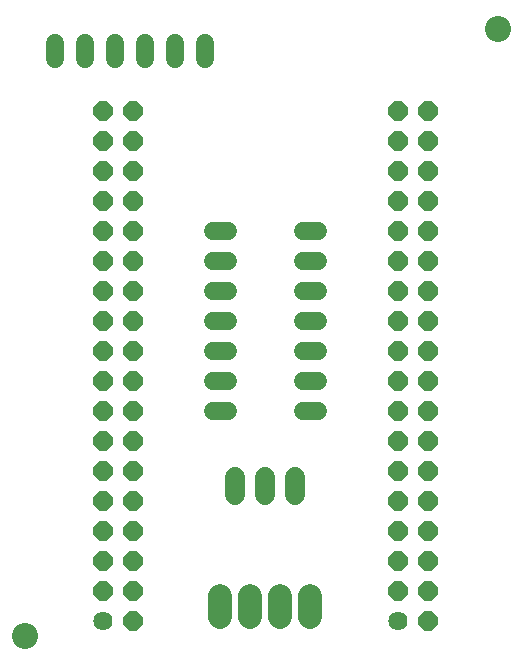
<source format=gbr>
G04 EAGLE Gerber RS-274X export*
G75*
%MOMM*%
%FSLAX34Y34*%
%LPD*%
%INSoldermask Top*%
%IPPOS*%
%AMOC8*
5,1,8,0,0,1.08239X$1,22.5*%
G01*
%ADD10C,2.203200*%
%ADD11C,1.625600*%
%ADD12P,1.759533X8X112.500000*%
%ADD13C,1.524000*%
%ADD14C,1.727200*%
%ADD15C,2.003200*%


D10*
X577850Y628650D03*
X177800Y114300D03*
D11*
X243300Y127200D03*
D12*
X268700Y127200D03*
X243300Y152600D03*
X268700Y152600D03*
X243300Y178000D03*
X268700Y178000D03*
X243300Y203400D03*
X268700Y203400D03*
X243300Y228800D03*
X268700Y228800D03*
X243300Y254200D03*
X268700Y254200D03*
X243300Y279600D03*
X268700Y279600D03*
X243300Y305000D03*
X268700Y305000D03*
X243300Y330400D03*
X268700Y330400D03*
X243300Y355800D03*
X268700Y355800D03*
X243300Y381200D03*
X268700Y381200D03*
X243300Y406600D03*
X268700Y406600D03*
X243300Y432000D03*
X268700Y432000D03*
X243300Y457400D03*
X268700Y457400D03*
X243300Y482800D03*
X268700Y482800D03*
X243300Y508200D03*
X268700Y508200D03*
X243300Y533600D03*
X268700Y533600D03*
X243300Y559000D03*
X268700Y559000D03*
D11*
X493300Y127200D03*
D12*
X518700Y127200D03*
X493300Y152600D03*
X518700Y152600D03*
X493300Y178000D03*
X518700Y178000D03*
X493300Y203400D03*
X518700Y203400D03*
X493300Y228800D03*
X518700Y228800D03*
X493300Y254200D03*
X518700Y254200D03*
X493300Y279600D03*
X518700Y279600D03*
X493300Y305000D03*
X518700Y305000D03*
X493300Y330400D03*
X518700Y330400D03*
X493300Y355800D03*
X518700Y355800D03*
X493300Y381200D03*
X518700Y381200D03*
X493300Y406600D03*
X518700Y406600D03*
X493300Y432000D03*
X518700Y432000D03*
X493300Y457400D03*
X518700Y457400D03*
X493300Y482800D03*
X518700Y482800D03*
X493300Y508200D03*
X518700Y508200D03*
X493300Y533600D03*
X518700Y533600D03*
X493300Y559000D03*
X518700Y559000D03*
D13*
X203200Y602996D02*
X203200Y616204D01*
X228600Y616204D02*
X228600Y602996D01*
X254000Y602996D02*
X254000Y616204D01*
X279400Y616204D02*
X279400Y602996D01*
X304800Y602996D02*
X304800Y616204D01*
X330200Y616204D02*
X330200Y602996D01*
X412496Y304800D02*
X425704Y304800D01*
X425704Y330200D02*
X412496Y330200D01*
X412496Y457200D02*
X425704Y457200D01*
X349504Y457200D02*
X336296Y457200D01*
X412496Y355600D02*
X425704Y355600D01*
X425704Y381000D02*
X412496Y381000D01*
X412496Y431800D02*
X425704Y431800D01*
X425704Y406400D02*
X412496Y406400D01*
X349504Y431800D02*
X336296Y431800D01*
X336296Y406400D02*
X349504Y406400D01*
X349504Y381000D02*
X336296Y381000D01*
X336296Y355600D02*
X349504Y355600D01*
X349504Y330200D02*
X336296Y330200D01*
X336296Y304800D02*
X349504Y304800D01*
D14*
X355600Y248920D02*
X355600Y233680D01*
X381000Y233680D02*
X381000Y248920D01*
X406400Y248920D02*
X406400Y233680D01*
D15*
X342900Y148700D02*
X342900Y130700D01*
X368300Y130700D02*
X368300Y148700D01*
X393700Y148700D02*
X393700Y130700D01*
X419100Y130700D02*
X419100Y148700D01*
M02*

</source>
